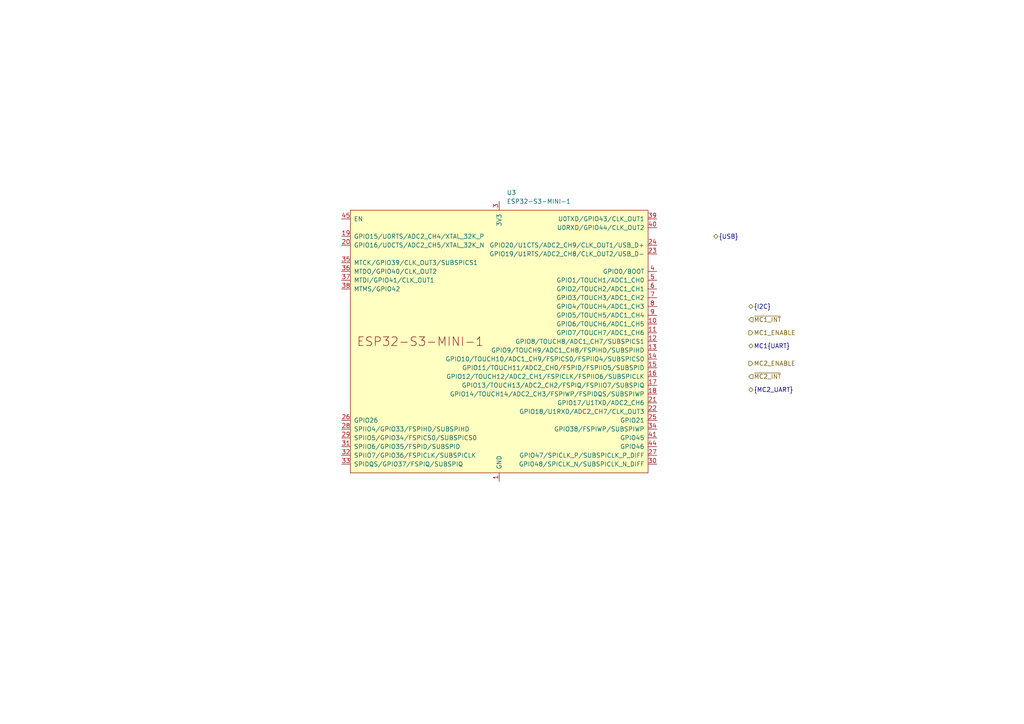
<source format=kicad_sch>
(kicad_sch (version 20231120) (generator "eeschema") (generator_version "8.0")
  (paper "A4")
  (title_block (rev "0.1.1") (company "Nebula Labs") (comment 1 "Author: Orion Serup"))
  (lib_symbols
    (symbol "Espressif:ESP32-S3-MINI-1" (pin_names (offset 1.016))
      (property "Reference" "U" (at -43.18 43.18 0))
      (property "Value" "ESP32-S3-MINI-1" (at -43.18 40.64 0))
      (symbol "ESP32-S3-MINI-1_0_0"
        (text "ESP32-S3-MINI-1" (at -22.86 0 0) (effects (font (size 2.54 2.54))))
        (pin power_in line (at 0 -40.64 90) (length 2.54) (name "GND") (number "1"))
        (pin bidirectional line (at 45.72 5.08 180) (length 2.54) (name "GPIO6/TOUCH6/ADC1_CH5") (number "10"))
        (pin bidirectional line (at 45.72 2.54 180) (length 2.54) (name "GPIO7/TOUCH7/ADC1_CH6") (number "11"))
        (pin bidirectional line (at 45.72 0 180) (length 2.54) (name "GPIO8/TOUCH8/ADC1_CH7/SUBSPICS1") (number "12"))
        (pin bidirectional line (at 45.72 -2.54 180) (length 2.54) (name "GPIO9/TOUCH9/ADC1_CH8/FSPIHD/SUBSPIHD") (number "13"))
        (pin bidirectional line (at 45.72 -5.08 180) (length 2.54) (name "GPIO10/TOUCH10/ADC1_CH9/FSPICS0/FSPIIO4/SUBSPICS0") (number "14"))
        (pin bidirectional line (at 45.72 -7.62 180) (length 2.54) (name "GPIO11/TOUCH11/ADC2_CH0/FSPID/FSPIIO5/SUBSPID") (number "15"))
        (pin bidirectional line (at 45.72 -10.16 180) (length 2.54) (name "GPIO12/TOUCH12/ADC2_CH1/FSPICLK/FSPIIO6/SUBSPICLK") (number "16"))
        (pin bidirectional line (at 45.72 -12.7 180) (length 2.54) (name "GPIO13/TOUCH13/ADC2_CH2/FSPIQ/FSPIIO7/SUBSPIQ") (number "17"))
        (pin bidirectional line (at 45.72 -15.24 180) (length 2.54) (name "GPIO14/TOUCH14/ADC2_CH3/FSPIWP/FSPIDQS/SUBSPIWP") (number "18"))
        (pin bidirectional line (at -45.72 30.48 0) (length 2.54) (name "GPIO15/U0RTS/ADC2_CH4/XTAL_32K_P") (number "19"))
        (pin passive line (at 0 -40.64 90) (length 2.54) hide (name "GND") (number "2"))
        (pin bidirectional line (at -45.72 27.94 0) (length 2.54) (name "GPIO16/U0CTS/ADC2_CH5/XTAL_32K_N") (number "20"))
        (pin bidirectional line (at 45.72 -17.78 180) (length 2.54) (name "GPIO17/U1TXD/ADC2_CH6") (number "21"))
        (pin bidirectional line (at 45.72 -20.32 180) (length 2.54) (name "GPIO18/U1RXD/ADC2_CH7/CLK_OUT3") (number "22"))
        (pin bidirectional line (at 45.72 25.4 180) (length 2.54) (name "GPIO19/U1RTS/ADC2_CH8/CLK_OUT2/USB_D-") (number "23"))
        (pin bidirectional line (at 45.72 27.94 180) (length 2.54) (name "GPIO20/U1CTS/ADC2_CH9/CLK_OUT1/USB_D+") (number "24"))
        (pin bidirectional line (at 45.72 -22.86 180) (length 2.54) (name "GPIO21") (number "25"))
        (pin bidirectional line (at -45.72 -22.86 0) (length 2.54) (name "GPIO26") (number "26"))
        (pin bidirectional line (at 45.72 -33.02 180) (length 2.54) (name "GPIO47/SPICLK_P/SUBSPICLK_P_DIFF") (number "27"))
        (pin bidirectional line (at -45.72 -25.4 0) (length 2.54) (name "SPIIO4/GPIO33/FSPIHD/SUBSPIHD") (number "28"))
        (pin bidirectional line (at -45.72 -27.94 0) (length 2.54) (name "SPIIO5/GPIO34/FSPICS0/SUBSPICS0") (number "29"))
        (pin power_in line (at 0 40.64 270) (length 2.54) (name "3V3") (number "3"))
        (pin bidirectional line (at 45.72 -35.56 180) (length 2.54) (name "GPIO48/SPICLK_N/SUBSPICLK_N_DIFF") (number "30"))
        (pin bidirectional line (at -45.72 -30.48 0) (length 2.54) (name "SPIIO6/GPIO35/FSPID/SUBSPID") (number "31"))
        (pin bidirectional line (at -45.72 -33.02 0) (length 2.54) (name "SPIIO7/GPIO36/FSPICLK/SUBSPICLK") (number "32"))
        (pin bidirectional line (at -45.72 -35.56 0) (length 2.54) (name "SPIDQS/GPIO37/FSPIQ/SUBSPIQ") (number "33"))
        (pin bidirectional line (at 45.72 -25.4 180) (length 2.54) (name "GPIO38/FSPIWP/SUBSPIWP") (number "34"))
        (pin bidirectional line (at -45.72 22.86 0) (length 2.54) (name "MTCK/GPIO39/CLK_OUT3/SUBSPICS1") (number "35"))
        (pin bidirectional line (at -45.72 20.32 0) (length 2.54) (name "MTDO/GPIO40/CLK_OUT2") (number "36"))
        (pin bidirectional line (at -45.72 17.78 0) (length 2.54) (name "MTDI/GPIO41/CLK_OUT1") (number "37"))
        (pin bidirectional line (at -45.72 15.24 0) (length 2.54) (name "MTMS/GPIO42") (number "38"))
        (pin bidirectional line (at 45.72 35.56 180) (length 2.54) (name "U0TXD/GPIO43/CLK_OUT1") (number "39"))
        (pin bidirectional line (at 45.72 20.32 180) (length 2.54) (name "GPIO0/BOOT") (number "4"))
        (pin bidirectional line (at 45.72 33.02 180) (length 2.54) (name "U0RXD/GPIO44/CLK_OUT2") (number "40"))
        (pin bidirectional line (at 45.72 -27.94 180) (length 2.54) (name "GPIO45") (number "41"))
        (pin passive line (at 0 -40.64 90) (length 2.54) hide (name "GND") (number "42"))
        (pin passive line (at 0 -40.64 90) (length 2.54) hide (name "GND") (number "43"))
        (pin bidirectional line (at 45.72 -30.48 180) (length 2.54) (name "GPIO46") (number "44"))
        (pin input line (at -45.72 35.56 0) (length 2.54) (name "EN") (number "45"))
        (pin passive line (at 0 -40.64 90) (length 2.54) hide (name "GND") (number "46"))
        (pin passive line (at 0 -40.64 90) (length 2.54) hide (name "GND") (number "47"))
        (pin passive line (at 0 -40.64 90) (length 2.54) hide (name "GND") (number "48"))
        (pin passive line (at 0 -40.64 90) (length 2.54) hide (name "GND") (number "49"))
        (pin bidirectional line (at 45.72 17.78 180) (length 2.54) (name "GPIO1/TOUCH1/ADC1_CH0") (number "5"))
        (pin passive line (at 0 -40.64 90) (length 2.54) hide (name "GND") (number "50"))
        (pin passive line (at 0 -40.64 90) (length 2.54) hide (name "GND") (number "51"))
        (pin passive line (at 0 -40.64 90) (length 2.54) hide (name "GND") (number "52"))
        (pin passive line (at 0 -40.64 90) (length 2.54) hide (name "GND") (number "53"))
        (pin passive line (at 0 -40.64 90) (length 2.54) hide (name "GND") (number "54"))
        (pin passive line (at 0 -40.64 90) (length 2.54) hide (name "GND") (number "55"))
        (pin passive line (at 0 -40.64 90) (length 2.54) hide (name "GND") (number "56"))
        (pin passive line (at 0 -40.64 90) (length 2.54) hide (name "GND") (number "57"))
        (pin passive line (at 0 -40.64 90) (length 2.54) hide (name "GND") (number "58"))
        (pin passive line (at 0 -40.64 90) (length 2.54) hide (name "GND") (number "59"))
        (pin bidirectional line (at 45.72 15.24 180) (length 2.54) (name "GPIO2/TOUCH2/ADC1_CH1") (number "6"))
        (pin passive line (at 0 -40.64 90) (length 2.54) hide (name "GND") (number "60"))
        (pin passive line (at 0 -40.64 90) (length 2.54) hide (name "GND") (number "61"))
        (pin passive line (at 0 -40.64 90) (length 2.54) hide (name "GND") (number "62"))
        (pin passive line (at 0 -40.64 90) (length 2.54) hide (name "GND") (number "63"))
        (pin passive line (at 0 -40.64 90) (length 2.54) hide (name "GND") (number "64"))
        (pin passive line (at 0 -40.64 90) (length 2.54) hide (name "GND") (number "65"))
        (pin bidirectional line (at 45.72 12.7 180) (length 2.54) (name "GPIO3/TOUCH3/ADC1_CH2") (number "7"))
        (pin bidirectional line (at 45.72 10.16 180) (length 2.54) (name "GPIO4/TOUCH4/ADC1_CH3") (number "8"))
        (pin bidirectional line (at 45.72 7.62 180) (length 2.54) (name "GPIO5/TOUCH5/ADC1_CH4") (number "9"))
      )
      (symbol "ESP32-S3-MINI-1_0_1"
        (rectangle (start -43.18 38.1) (end 43.18 -38.1) (fill (type background)))
      )
    )
  )
  (hierarchical_label "MC2_ENABLE" (shape output) (at 217.17 105.41 0))
  (hierarchical_label "{MC2_UART}" (shape bidirectional) (at 217.17 113.03 0))
  (hierarchical_label "~{MC2_INT}" (shape input) (at 217.17 109.22 0))
  (hierarchical_label "~{MC1_INT}" (shape input) (at 217.17 92.71 0))
  (hierarchical_label "MC1{UART}" (shape bidirectional) (at 217.17 100.33 0))
  (hierarchical_label "{I2C}" (shape bidirectional) (at 217.17 88.9 0))
  (hierarchical_label "{USB}" (shape bidirectional) (at 207.01 68.58 0))
  (hierarchical_label "MC1_ENABLE" (shape output) (at 217.17 96.52 0))
  (symbol (lib_id "Espressif:ESP32-S3-MINI-1") (at 144.78 99.06 0) (unit 1)
    (property "Reference" "U3" (at 146.9741 55.88 0) (effects (justify left)))
    (property "Value" "ESP32-S3-MINI-1" (at 146.9741 58.42 0) (effects (justify left)))
    (property "Footprint" "Espressif:ESP32-S3-MINI-1U" (effects (hide yes)))
    (property "Datasheet" "https://www.espressif.com/sites/default/files/documentation/esp32-s3-mini-1_mini-1u_datasheet_en.pdf" (effects (hide yes)))
    (property "Description" "Smallsized module supporting 2.4 GHz WiFi (802.11 b/g/n) and Bluetooth ® 5 (LE) Built around ESP32S3 series of SoCs, Xtensa ® dualcore 32bit LX7 microprocessor Flash up to 8 MB, optional 2 MB PSRAM in chip package 39 GPIOs, rich set of peripherals Onboard PCB antenna or external antenna connector" (effects (hide yes)))
  )
)
</source>
